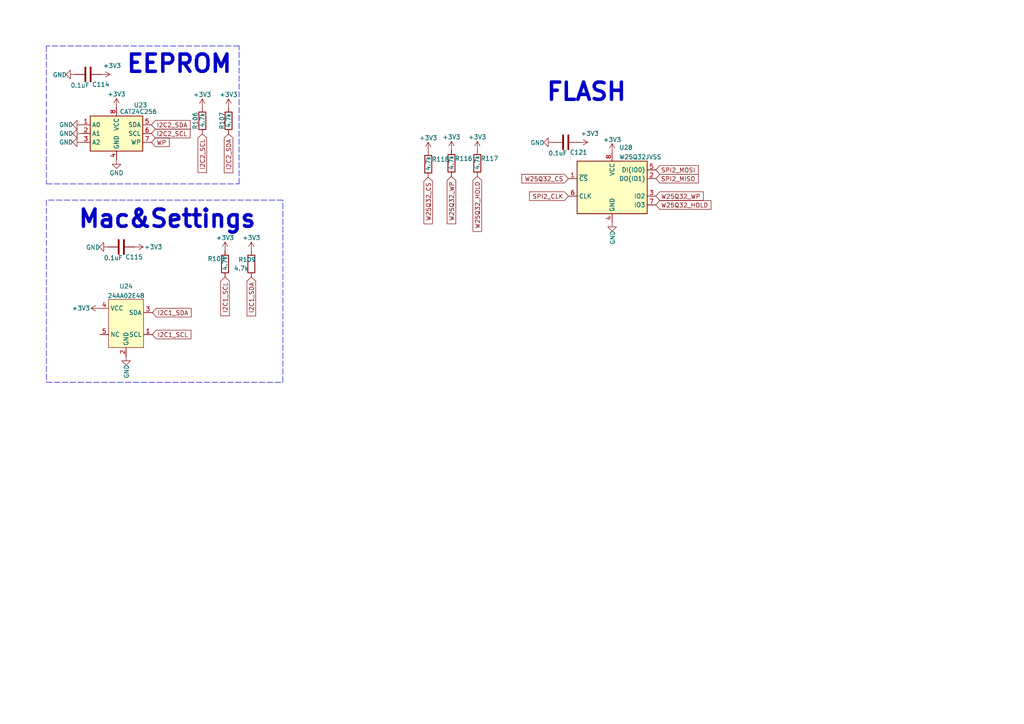
<source format=kicad_sch>
(kicad_sch (version 20211123) (generator eeschema)
  (paper "A4")
  (lib_symbols
    (symbol "Device:C" (pin_numbers hide) (pin_names (offset 0.254))
      (property "Reference" "C" (at 0.635 2.54 0))
      (property "Value" "C" (at 0.635 -2.54 0))
      (symbol "C_0_1"
        (polyline (pts (xy -2.032 -0.762) (xy 2.032 -0.762)) (stroke (width 0.508)))
        (polyline (pts (xy -2.032 0.762) (xy 2.032 0.762)) (stroke (width 0.508)))
      )
      (symbol "C_1_1"
        (pin passive line (at 0 3.81 270) (length 2.794) (name "~") (number "1"))
        (pin passive line (at 0 -3.81 90) (length 2.794) (name "~") (number "2"))
      )
    )
    (symbol "Device:R" (pin_numbers hide) (pin_names (offset 0))
      (property "Reference" "R" (at 2.032 0 90))
      (property "Value" "R" (at 0 0 90))
      (symbol "R_0_1"
        (rectangle (start -1.016 -2.54) (end 1.016 2.54) (stroke (width 0.254)))
      )
      (symbol "R_1_1"
        (pin passive line (at 0 3.81 270) (length 1.27) (name "~") (number "1"))
        (pin passive line (at 0 -3.81 90) (length 1.27) (name "~") (number "2"))
      )
    )
    (symbol "Memory_EEPROM:CAT24C256"
      (property "Reference" "U" (at -6.35 6.35 0))
      (property "Value" "CAT24C256" (at 1.27 6.35 0))
      (symbol "CAT24C256_1_1"
        (rectangle (start -7.62 5.08) (end 7.62 -5.08) (stroke (width 0.254)) (fill (type background)))
        (pin input line (at -10.16 2.54 0) (length 2.54) (name "A0") (number "1"))
        (pin input line (at -10.16 0 0) (length 2.54) (name "A1") (number "2"))
        (pin input line (at -10.16 -2.54 0) (length 2.54) (name "A2") (number "3"))
        (pin power_in line (at 0 -7.62 90) (length 2.54) (name "GND") (number "4"))
        (pin bidirectional line (at 10.16 2.54 180) (length 2.54) (name "SDA") (number "5"))
        (pin input line (at 10.16 0 180) (length 2.54) (name "SCL") (number "6"))
        (pin input line (at 10.16 -2.54 180) (length 2.54) (name "WP") (number "7"))
        (pin power_in line (at 0 7.62 270) (length 2.54) (name "VCC") (number "8"))
      )
    )
    (symbol "Memory_Flash:W25Q32JVSS"
      (property "Reference" "U" (at -8.89 8.89 0))
      (property "Value" "W25Q32JVSS" (at 7.62 8.89 0))
      (symbol "W25Q32JVSS_0_1"
        (rectangle (start -10.16 7.62) (end 10.16 -7.62) (stroke (width 0.254)) (fill (type background)))
      )
      (symbol "W25Q32JVSS_1_1"
        (pin input line (at -12.7 2.54 0) (length 2.54) (name "~{CS}") (number "1"))
        (pin bidirectional line (at 12.7 2.54 180) (length 2.54) (name "DO(IO1)") (number "2"))
        (pin bidirectional line (at 12.7 -2.54 180) (length 2.54) (name "IO2") (number "3"))
        (pin power_in line (at 0 -10.16 90) (length 2.54) (name "GND") (number "4"))
        (pin bidirectional line (at 12.7 5.08 180) (length 2.54) (name "DI(IO0)") (number "5"))
        (pin input line (at -12.7 -2.54 0) (length 2.54) (name "CLK") (number "6"))
        (pin bidirectional line (at 12.7 -5.08 180) (length 2.54) (name "IO3") (number "7"))
        (pin power_in line (at 0 10.16 270) (length 2.54) (name "VCC") (number "8"))
      )
    )
    (symbol "Symbols:24AA02E48"
      (property "Reference" "U" (at 0 7.62 0))
      (property "Value" "24AA02E48" (at 0 10.16 0))
      (symbol "24AA02E48_0_1"
        (rectangle (start 5.08 -7.62) (end -5.08 6.35) (fill (type background)))
      )
      (symbol "24AA02E48_1_1"
        (pin input line (at 7.62 -3.81 180) (length 2.54) (name "SCL") (number "1"))
        (pin input line (at 0 -10.16 90) (length 2.54) (name "GND") (number "2"))
        (pin input line (at 7.62 2.54 180) (length 2.54) (name "SDA") (number "3"))
        (pin input line (at -7.62 3.81 0) (length 2.54) (name "VCC") (number "4"))
        (pin input line (at -7.62 -3.81 0) (length 2.54) (name "NC") (number "5"))
      )
    )
    (symbol "power:+3.3V" (power) (pin_names (offset 0))
      (property "Value" "+3.3V" (at 0 3.556 0))
      (symbol "+3.3V_0_1"
        (polyline (pts (xy -0.762 1.27) (xy 0 2.54)))
        (polyline (pts (xy 0 0) (xy 0 2.54)))
        (polyline (pts (xy 0 2.54) (xy 0.762 1.27)))
      )
      (symbol "+3.3V_1_1"
        (pin power_in line (at 0 0 90) (length 0) hide (name "+3V3") (number "1"))
      )
    )
    (symbol "power:GND" (power) (pin_names (offset 0))
      (property "Value" "GND" (at 0 -3.81 0))
      (symbol "GND_0_1"
        (polyline (pts (xy 0 0) (xy 0 -1.27) (xy 1.27 -1.27) (xy 0 -2.54) (xy -1.27 -1.27) (xy 0 -1.27)))
      )
      (symbol "GND_1_1"
        (pin power_in line (at 0 0 270) (length 0) hide (name "GND") (number "1"))
      )
    )
  )
  (polyline (pts (xy 13.462 13.335) (xy 13.462 53.34)))
  (polyline (pts (xy 13.462 65.024) (xy 13.462 110.871)))
  (polyline (pts (xy 69.342 13.335) (xy 13.462 13.335)))
  (polyline (pts (xy 69.342 53.34) (xy 69.342 13.335)))
  (polyline (pts (xy 13.462 58.039) (xy 13.462 65.024)))
  (polyline (pts (xy 82.042 110.871) (xy 82.042 58.039)))
  (polyline (pts (xy 13.462 53.34) (xy 69.342 53.34)))
  (polyline (pts (xy 13.462 110.871) (xy 82.042 110.871)))
  (polyline (pts (xy 82.042 58.039) (xy 13.462 58.039)))
  (text "FLASH" (at 158.115 29.718 0) (effects (font (size 5.0038 5.0038) (thickness 1.0008) bold) (justify left bottom)))
  (text "Mac&Settings" (at 22.352 66.548 0) (effects (font (size 5.0038 5.0038) (thickness 1.0008) bold) (justify left bottom)))
  (text "EEPROM" (at 36.322 21.59 0) (effects (font (size 5.0038 5.0038) (thickness 1.0008) bold) (justify left bottom)))
  (global_label "I2C2_SDA" (shape input) (at 66.294 38.862 270) (property "Intersheet References" "${INTERSHEET_REFS}" (effects hide)))
  (global_label "I2C1_SCL" (shape input) (at 65.278 80.391 270) (property "Intersheet References" "${INTERSHEET_REFS}" (effects hide)))
  (global_label "W25Q32_HOLD" (shape input) (at 138.43 51.181 270) (property "Intersheet References" "${INTERSHEET_REFS}" (effects hide)))
  (global_label "W25Q32_WP" (shape input) (at 130.937 51.181 270) (property "Intersheet References" "${INTERSHEET_REFS}" (effects hide)))
  (global_label "SPI2_MOSI" (shape input) (at 190.246 49.276 0) (property "Intersheet References" "${INTERSHEET_REFS}" (effects hide)))
  (global_label "I2C2_SCL" (shape input) (at 43.942 38.735 0) (property "Intersheet References" "${INTERSHEET_REFS}" (effects hide)))
  (global_label "W25Q32_CS" (shape input) (at 164.846 51.816 180) (property "Intersheet References" "${INTERSHEET_REFS}" (effects hide)))
  (global_label "I2C1_SDA" (shape input) (at 72.898 80.391 270) (property "Intersheet References" "${INTERSHEET_REFS}" (effects hide)))
  (global_label "W25Q32_HOLD" (shape input) (at 190.246 59.436 0) (property "Intersheet References" "${INTERSHEET_REFS}" (effects hide)))
  (global_label "WP" (shape input) (at 43.942 41.275 0) (property "Intersheet References" "${INTERSHEET_REFS}" (effects hide)))
  (global_label "W25Q32_WP" (shape input) (at 190.246 56.896 0) (property "Intersheet References" "${INTERSHEET_REFS}" (effects hide)))
  (global_label "I2C1_SCL" (shape input) (at 44.196 97.028 0) (property "Intersheet References" "${INTERSHEET_REFS}" (effects hide)))
  (global_label "SPI2_MISO" (shape input) (at 190.246 51.816 0) (property "Intersheet References" "${INTERSHEET_REFS}" (effects hide)))
  (global_label "W25Q32_CS" (shape input) (at 124.206 51.435 270) (property "Intersheet References" "${INTERSHEET_REFS}" (effects hide)))
  (global_label "I2C2_SCL" (shape input) (at 58.674 38.862 270) (property "Intersheet References" "${INTERSHEET_REFS}" (effects hide)))
  (global_label "I2C1_SDA" (shape input) (at 44.196 90.678 0) (property "Intersheet References" "${INTERSHEET_REFS}" (effects hide)))
  (global_label "SPI2_CLK" (shape input) (at 164.846 56.896 180) (property "Intersheet References" "${INTERSHEET_REFS}" (effects hide)))
  (global_label "I2C2_SDA" (shape input) (at 43.942 36.195 0) (property "Intersheet References" "${INTERSHEET_REFS}" (effects hide)))
  (symbol (lib_id "power:+3.3V") (at 58.674 31.242 0) (unit 1)
    (property "Reference" "#PWR0339" (effects hide))
    (property "Value" "+3.3V" (at 58.674 27.432 0))
  )
  (symbol (lib_id "power:+3.3V") (at 28.956 89.408 90) (unit 1)
    (property "Reference" "#PWR0349" (effects hide))
    (property "Value" "+3.3V" (at 23.495 89.408 90))
  )
  (symbol (lib_id "Device:C") (at 25.527 21.59 270) (unit 1)
    (property "Reference" "C114" (at 26.6954 24.511 90) (effects (justify left)))
    (property "Value" "0.1uF" (at 20.447 24.765 90) (effects (justify left)))
    (property "Footprint" "Capacitor_SMD:C_0603_1608Metric" (effects hide))
  )
  (symbol (lib_id "Memory_Flash:W25Q32JVSS") (at 177.546 54.356 0) (unit 1)
    (property "Reference" "U28" (at 179.5654 42.7695 0) (effects (justify left)))
    (property "Value" "W25Q32JVSS" (at 179.5654 45.5446 0) (effects (justify left)))
    (property "Footprint" "Package_SO:SOIC-8_5.23x5.23mm_P1.27mm" (effects hide))
    (property "Datasheet" "http://www.winbond.com/resource-files/w25q32jv%20revg%2003272018%20plus.pdf" (effects hide))
  )
  (symbol (lib_id "power:+3.3V") (at 66.294 31.242 0) (unit 1)
    (property "Reference" "#PWR0340" (effects hide))
    (property "Value" "+3.3V" (at 66.294 27.432 0))
  )
  (symbol (lib_id "power:+3.3V") (at 38.989 71.628 270) (unit 1)
    (property "Reference" "#PWR0346" (effects hide))
    (property "Value" "+3.3V" (at 44.45 71.628 90))
  )
  (symbol (lib_id "Device:R") (at 130.937 47.371 0) (unit 1)
    (property "Reference" "R116" (at 131.953 45.974 0) (effects (justify left)))
    (property "Value" "4.7k" (at 130.937 49.276 90) (effects (justify left)))
    (property "Footprint" "Resistor_SMD:R_0603_1608Metric" (effects hide))
  )
  (symbol (lib_id "power:GND") (at 160.274 41.275 270) (unit 1)
    (property "Reference" "#PWR0380" (effects hide))
    (property "Value" "GND" (at 155.8798 41.402 90))
  )
  (symbol (lib_id "Device:R") (at 138.43 47.371 0) (unit 1)
    (property "Reference" "R117" (at 139.446 45.974 0) (effects (justify left)))
    (property "Value" "4.7k" (at 138.43 49.276 90) (effects (justify left)))
    (property "Footprint" "Resistor_SMD:R_0603_1608Metric" (effects hide))
  )
  (symbol (lib_id "power:GND") (at 21.717 21.59 270) (unit 1)
    (property "Reference" "#PWR0336" (effects hide))
    (property "Value" "GND" (at 17.3228 21.717 90))
  )
  (symbol (lib_id "power:GND") (at 36.576 103.378 0) (unit 1)
    (property "Reference" "#PWR0350" (effects hide))
    (property "Value" "GND" (at 36.703 107.7722 90))
  )
  (symbol (lib_id "power:GND") (at 177.546 64.516 0) (unit 1)
    (property "Reference" "#PWR0386" (effects hide))
    (property "Value" "GND" (at 177.673 68.9102 90))
  )
  (symbol (lib_id "power:+3.3V") (at 138.43 43.561 0) (unit 1)
    (property "Reference" "#PWR0383" (effects hide))
    (property "Value" "+3.3V" (at 138.43 39.751 0))
  )
  (symbol (lib_id "Device:C") (at 164.084 41.275 270) (unit 1)
    (property "Reference" "C121" (at 165.2524 44.196 90) (effects (justify left)))
    (property "Value" "0.1uF" (at 159.004 44.45 90) (effects (justify left)))
    (property "Footprint" "Capacitor_SMD:C_0603_1608Metric" (effects hide))
  )
  (symbol (lib_id "power:+3.3V") (at 33.782 31.115 0) (unit 1)
    (property "Reference" "#PWR0338" (effects hide))
    (property "Value" "+3.3V" (at 33.782 27.305 0))
  )
  (symbol (lib_id "Device:R") (at 58.674 35.052 0) (unit 1)
    (property "Reference" "R106" (at 56.642 37.592 90) (effects (justify left)))
    (property "Value" "4.7k" (at 58.674 36.957 90) (effects (justify left)))
    (property "Footprint" "Resistor_SMD:R_0603_1608Metric" (effects hide))
  )
  (symbol (lib_id "power:GND") (at 23.622 41.275 270) (unit 1)
    (property "Reference" "#PWR0343" (effects hide))
    (property "Value" "GND" (at 19.177 41.275 90))
  )
  (symbol (lib_id "power:GND") (at 23.622 36.195 270) (unit 1)
    (property "Reference" "#PWR0341" (effects hide))
    (property "Value" "GND" (at 19.177 36.195 90))
  )
  (symbol (lib_id "Device:R") (at 72.898 76.581 0) (unit 1)
    (property "Reference" "R109" (at 69.088 75.311 0) (effects (justify left)))
    (property "Value" "4.7k" (at 67.818 77.851 0) (effects (justify left)))
    (property "Footprint" "Resistor_SMD:R_0603_1608Metric" (effects hide))
  )
  (symbol (lib_id "power:GND") (at 23.622 38.735 270) (unit 1)
    (property "Reference" "#PWR0342" (effects hide))
    (property "Value" "GND" (at 19.177 38.735 90))
  )
  (symbol (lib_id "Memory_EEPROM:CAT24C256") (at 33.782 38.735 0) (unit 1)
    (property "Reference" "U23" (at 40.767 30.48 0))
    (property "Value" "CAT24C256" (at 40.132 32.385 0))
    (property "Footprint" "Package_SO:SOIC-8_3.9x4.9mm_P1.27mm" (effects hide))
    (property "Datasheet" "https://www.onsemi.cn/PowerSolutions/document/CAT24C256-D.PDF" (effects hide))
  )
  (symbol (lib_id "power:+3.3V") (at 29.337 21.59 270) (unit 1)
    (property "Reference" "#PWR0337" (effects hide))
    (property "Value" "+3.3V" (at 32.512 19.05 90))
  )
  (symbol (lib_id "Symbols:24AA02E48") (at 36.576 93.218 0) (unit 1)
    (property "Reference" "U24" (at 36.576 83.0285 0))
    (property "Value" "24AA02E48" (at 36.576 85.8036 0))
    (property "Footprint" "Package_TO_SOT_SMD:SOT-23-5" (effects hide))
  )
  (symbol (lib_id "power:+3.3V") (at 177.546 44.196 0) (unit 1)
    (property "Reference" "#PWR0385" (effects hide))
    (property "Value" "+3.3V" (at 177.546 40.513 0))
  )
  (symbol (lib_id "power:GND") (at 33.782 46.355 0) (unit 1)
    (property "Reference" "#PWR0344" (effects hide))
    (property "Value" "GND" (at 33.782 50.165 0))
  )
  (symbol (lib_id "power:+3.3V") (at 72.898 72.771 0) (unit 1)
    (property "Reference" "#PWR0348" (effects hide))
    (property "Value" "+3.3V" (at 72.898 68.961 0))
  )
  (symbol (lib_id "Device:R") (at 65.278 76.581 0) (unit 1)
    (property "Reference" "R108" (at 60.198 75.057 0) (effects (justify left)))
    (property "Value" "4.7k" (at 65.278 78.486 90) (effects (justify left)))
    (property "Footprint" "Resistor_SMD:R_0603_1608Metric" (effects hide))
  )
  (symbol (lib_id "power:+3.3V") (at 124.206 43.815 0) (unit 1)
    (property "Reference" "#PWR0384" (effects hide))
    (property "Value" "+3.3V" (at 124.206 40.005 0))
  )
  (symbol (lib_id "power:GND") (at 31.369 71.628 270) (unit 1)
    (property "Reference" "#PWR0345" (effects hide))
    (property "Value" "GND" (at 26.9748 71.755 90))
  )
  (symbol (lib_id "power:+3.3V") (at 65.278 72.771 0) (unit 1)
    (property "Reference" "#PWR0347" (effects hide))
    (property "Value" "+3.3V" (at 65.278 68.961 0))
  )
  (symbol (lib_id "power:+3.3V") (at 130.937 43.561 0) (unit 1)
    (property "Reference" "#PWR0382" (effects hide))
    (property "Value" "+3.3V" (at 130.937 39.751 0))
  )
  (symbol (lib_id "Device:C") (at 35.179 71.628 270) (unit 1)
    (property "Reference" "C115" (at 36.3474 74.549 90) (effects (justify left)))
    (property "Value" "0.1uF" (at 30.099 74.803 90) (effects (justify left)))
    (property "Footprint" "Capacitor_SMD:C_0603_1608Metric" (effects hide))
  )
  (symbol (lib_id "power:+3.3V") (at 167.894 41.275 270) (unit 1)
    (property "Reference" "#PWR0381" (effects hide))
    (property "Value" "+3.3V" (at 171.069 38.735 90))
  )
  (symbol (lib_id "Device:R") (at 124.206 47.625 0) (unit 1)
    (property "Reference" "R118" (at 125.222 46.228 0) (effects (justify left)))
    (property "Value" "4.7k" (at 124.206 49.53 90) (effects (justify left)))
    (property "Footprint" "Resistor_SMD:R_0603_1608Metric" (effects hide))
  )
  (symbol (lib_id "Device:R") (at 66.294 35.052 0) (unit 1)
    (property "Reference" "R107" (at 64.389 37.592 90) (effects (justify left)))
    (property "Value" "4.7k" (at 66.294 37.084 90) (effects (justify left)))
    (property "Footprint" "Resistor_SMD:R_0603_1608Metric" (effects hide))
  )
)
</source>
